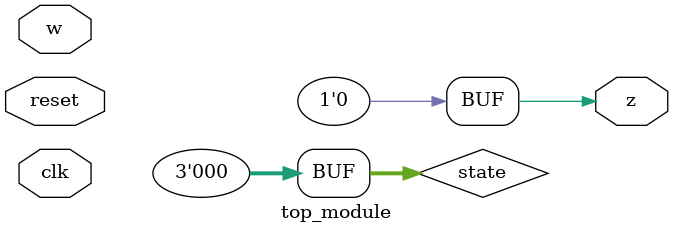
<source format=sv>
module top_module (
	input clk,
	input reset,
	input w,
	output z
);
	// Define state enumeration
	typedef enum {
		A,
		B,
		C,
		D,
		E,
		F
	} state_type;
	
	// Define state and next_state variables
	reg [2:0] state, next_state;
	
	// Initialize state to A
	assign state = A;
	
	// Define state transition logic
	always @(posedge clk or posedge reset) begin
		if (reset) begin
			state <= A;
		end else begin
			state <= next_state;
		end
	end
	
	// Define next_state logic based on current state and input w
	always @(*) begin
		case (state)
			A: if (w) begin
					next_state = A;
				end else begin
					next_state = B;
				end
			
			B: if (w) begin
					next_state = D;
				end else begin
					next_state = C;
				end
			
			C: if (w) begin
					next_state = D;
				end else begin
					next_state = E;
				end
			
			D: if (w) begin
					next_state = A;
				end else begin
					next_state = F;
				end
			
			E: if (w) begin
					next_state = D;
				end else begin
					next_state = E;
				end
			
			F: if (w) begin
					next_state = D;
				end else begin
					next_state = C;
				end
			
			default: next_state = A;
		endcase
	end
	
	// Define output z based on current state
	assign z = (state == E || state == F) ? 1'b1 : 1'b0;

endmodule

</source>
